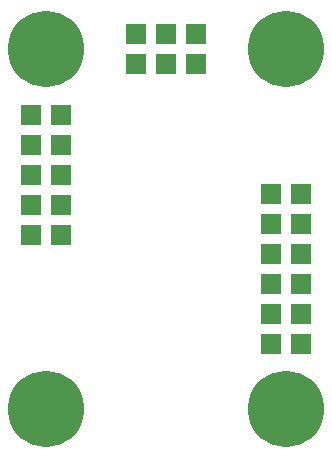
<source format=gbr>
G75*
G70*
%OFA0B0*%
%FSLAX24Y24*%
%IPPOS*%
%LPD*%
%AMOC8*
5,1,8,0,0,1.08239X$1,22.5*
%
%ADD10R,0.0650X0.0650*%
%ADD11C,0.2540*%
D10*
X002110Y008885D03*
X002110Y009885D03*
X002110Y010885D03*
X002110Y011885D03*
X002110Y012885D03*
X003110Y012885D03*
X003110Y011885D03*
X003110Y010885D03*
X003110Y009885D03*
X003110Y008885D03*
X005610Y014585D03*
X005610Y015585D03*
X006610Y015585D03*
X006610Y014585D03*
X007610Y014585D03*
X007610Y015585D03*
X010110Y010235D03*
X010110Y009235D03*
X010110Y008235D03*
X010110Y007235D03*
X010110Y006235D03*
X010110Y005235D03*
X011110Y005235D03*
X011110Y006235D03*
X011110Y007235D03*
X011110Y008235D03*
X011110Y009235D03*
X011110Y010235D03*
D11*
X002610Y003085D03*
X010610Y003085D03*
X010610Y015085D03*
X002610Y015085D03*
M02*

</source>
